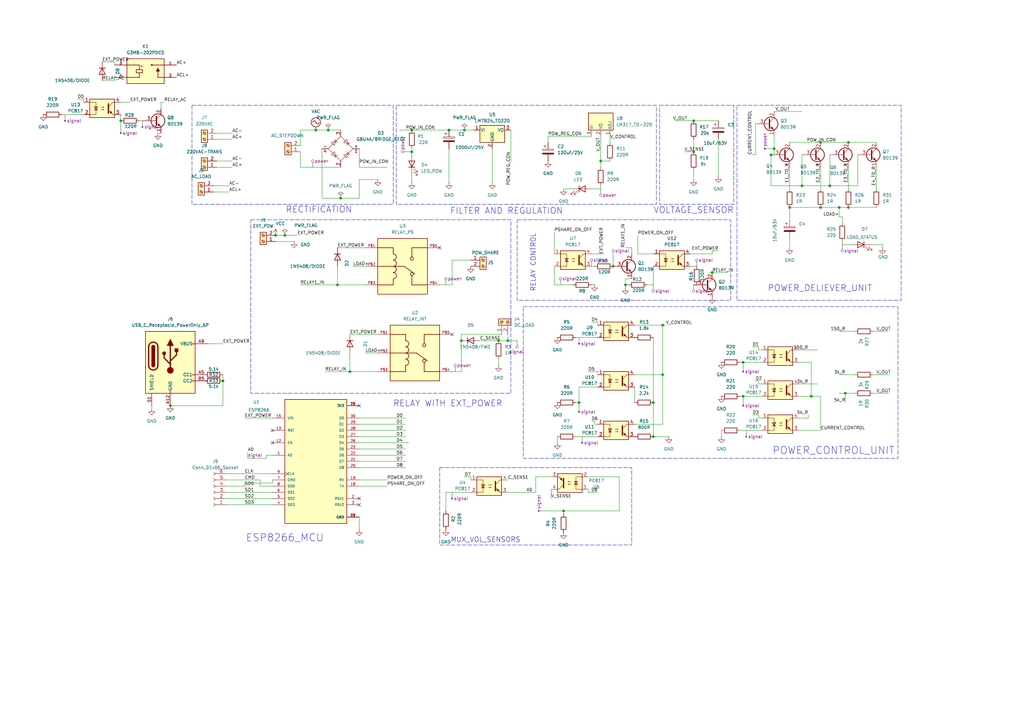
<source format=kicad_sch>
(kicad_sch (version 20231120) (generator "eeschema") (generator_version "8.0")
  (paper "A3")
  (title_block (title "Smart Micro Grid") (date "2024-06-16") (rev "BEGIN") (company "CCET MAJOR PROJECT"))
  (junction (at 336.55 85.09))
  (junction (at 190.5 53.34))
  (junction (at 139.7 81.28))
  (junction (at 304.8 148.59))
  (junction (at 231.14 209.55))
  (junction (at 138.43 116.84))
  (junction (at 113.03 96.52))
  (junction (at 116.84 96.52))
  (junction (at 347.98 58.42))
  (junction (at 284.48 49.53))
  (junction (at 208.28 139.7))
  (junction (at 336.55 58.42))
  (junction (at 344.17 85.09))
  (junction (at 347.98 85.09))
  (junction (at 184.15 53.34))
  (junction (at 237.49 165.1))
  (junction (at 316.23 63.5))
  (junction (at 332.74 162.56))
  (junction (at 204.47 139.7))
  (junction (at 134.62 53.34))
  (junction (at 69.85 166.37))
  (junction (at 129.54 53.34))
  (junction (at 304.8 162.56))
  (junction (at 267.97 179.07))
  (junction (at 91.44 156.21))
  (junction (at 143.51 152.4))
  (junction (at 317.5 60.96))
  (junction (at 346.71 161.29))
  (junction (at 292.1 111.76))
  (junction (at 271.78 133.35))
  (junction (at 271.78 153.67))
  (junction (at 251.46 109.22))
  (junction (at 284.48 62.23))
  (junction (at 168.91 62.23))
  (junction (at 49.53 49.53))
  (junction (at 267.97 165.1))
  (junction (at 189.23 139.7))
  (junction (at 246.38 66.04))
  (junction (at 323.85 85.09))
  (junction (at 168.91 53.34))
  (junction (at 328.93 76.2))
  (junction (at 340.36 76.2))
  (junction (at 256.54 116.84))
  (no_connect (at 147.32 166.37))
  (no_connect (at 147.32 204.47))
  (no_connect (at 111.76 181.61))
  (no_connect (at 111.76 176.53))
  (no_connect (at 185.42 137.16))
  (no_connect (at 180.34 101.6))
  (no_connect (at 147.32 207.01))
  (wire (pts (xy 66.04 54.61) (xy 64.77 54.61)))
  (wire (pts (xy 168.91 60.96) (xy 168.91 62.23)))
  (wire (pts (xy 92.71 201.93) (xy 111.76 201.93)))
  (wire (pts (xy 106.68 199.39) (xy 111.76 199.39)))
  (wire (pts (xy 317.5 60.96) (xy 317.5 63.5)))
  (wire (pts (xy 304.8 149.86) (xy 304.8 148.59)))
  (wire (pts (xy 224.79 58.42) (xy 224.79 55.88)))
  (wire (pts (xy 260.35 158.75) (xy 260.35 165.1)))
  (wire (pts (xy 260.35 133.35) (xy 271.78 133.35)))
  (wire (pts (xy 180.34 116.84) (xy 185.42 116.84)))
  (wire (pts (xy 344.17 153.67) (xy 350.52 153.67)))
  (wire (pts (xy 85.09 153.67) (xy 83.82 153.67)))
  (wire (pts (xy 323.85 68.58) (xy 323.85 77.47)))
  (wire (pts (xy 209.55 53.34) (xy 209.55 66.04)))
  (wire (pts (xy 168.91 53.34) (xy 184.15 53.34)))
  (wire (pts (xy 311.15 171.45) (xy 312.42 171.45)))
  (wire (pts (xy 34.29 40.64) (xy 34.29 41.91)))
  (wire (pts (xy 267.97 179.07) (xy 274.32 179.07)))
  (wire (pts (xy 316.23 60.96) (xy 317.5 60.96)))
  (wire (pts (xy 116.84 96.52) (xy 121.92 96.52)))
  (wire (pts (xy 193.04 195.58) (xy 193.04 196.85)))
  (wire (pts (xy 308.61 63.5) (xy 309.88 63.5)))
  (wire (pts (xy 304.8 148.59) (xy 312.42 148.59)))
  (wire (pts (xy 46.99 25.4) (xy 46.99 26.67)))
  (wire (pts (xy 308.61 142.24) (xy 311.15 142.24)))
  (wire (pts (xy 185.42 152.4) (xy 189.23 152.4)))
  (wire (pts (xy 138.43 109.22) (xy 138.43 116.84)))
  (wire (pts (xy 182.88 201.93) (xy 182.88 209.55)))
  (wire (pts (xy 246.38 66.04) (xy 246.38 55.88)))
  (wire (pts (xy 123.19 62.23) (xy 123.19 68.58)))
  (wire (pts (xy 364.49 161.29) (xy 358.14 161.29)))
  (wire (pts (xy 254 209.55) (xy 231.14 209.55)))
  (wire (pts (xy 311.15 157.48) (xy 312.42 157.48)))
  (wire (pts (xy 271.78 133.35) (xy 271.78 153.67)))
  (wire (pts (xy 237.49 158.75) (xy 237.49 165.1)))
  (wire (pts (xy 304.8 163.83) (xy 304.8 162.56)))
  (wire (pts (xy 123.19 116.84) (xy 138.43 116.84)))
  (wire (pts (xy 41.91 33.02) (xy 46.99 33.02)))
  (wire (pts (xy 189.23 137.16) (xy 205.74 137.16)))
  (wire (pts (xy 147.32 73.66) (xy 154.94 73.66)))
  (wire (pts (xy 292.1 111.76) (xy 298.45 111.76)))
  (wire (pts (xy 267.97 116.84) (xy 267.97 109.22)))
  (wire (pts (xy 85.09 156.21) (xy 83.82 156.21)))
  (wire (pts (xy 231.14 210.82) (xy 231.14 209.55)))
  (wire (pts (xy 276.86 49.53) (xy 284.48 49.53)))
  (wire (pts (xy 167.64 62.23) (xy 168.91 62.23)))
  (wire (pts (xy 303.53 162.56) (xy 304.8 162.56)))
  (wire (pts (xy 241.3 201.93) (xy 241.3 200.66)))
  (wire (pts (xy 204.47 147.32) (xy 204.47 149.86)))
  (wire (pts (xy 340.36 76.2) (xy 340.36 63.5)))
  (wire (pts (xy 100.33 199.39) (xy 100.33 198.12)))
  (wire (pts (xy 246.38 76.2) (xy 246.38 77.47)))
  (wire (pts (xy 62.23 167.64) (xy 62.23 166.37)))
  (wire (pts (xy 147.32 81.28) (xy 147.32 73.66)))
  (wire (pts (xy 317.5 45.72) (xy 328.93 45.72)))
  (wire (pts (xy 190.5 53.34) (xy 194.31 53.34)))
  (wire (pts (xy 327.66 171.45) (xy 331.47 171.45)))
  (wire (pts (xy 267.97 165.1) (xy 267.97 179.07)))
  (wire (pts (xy 346.71 161.29) (xy 350.52 161.29)))
  (wire (pts (xy 123.19 53.34) (xy 123.19 59.69)))
  (wire (pts (xy 237.49 158.75) (xy 245.11 158.75)))
  (wire (pts (xy 138.43 116.84) (xy 149.86 116.84)))
  (wire (pts (xy 109.22 186.69) (xy 109.22 187.96)))
  (wire (pts (xy 88.9 68.58) (xy 95.25 68.58)))
  (wire (pts (xy 364.49 153.67) (xy 358.14 153.67)))
  (wire (pts (xy 328.93 76.2) (xy 328.93 63.5)))
  (wire (pts (xy 336.55 162.56) (xy 336.55 176.53)))
  (wire (pts (xy 158.75 196.85) (xy 147.32 196.85)))
  (wire (pts (xy 147.32 68.58) (xy 158.75 68.58)))
  (wire (pts (xy 91.44 153.67) (xy 91.44 156.21)))
  (wire (pts (xy 49.53 41.91) (xy 53.34 41.91)))
  (wire (pts (xy 100.33 171.45) (xy 111.76 171.45)))
  (wire (pts (xy 304.8 162.56) (xy 312.42 162.56)))
  (wire (pts (xy 25.4 46.99) (xy 34.29 46.99)))
  (wire (pts (xy 309.88 156.21) (xy 311.15 156.21)))
  (wire (pts (xy 351.79 76.2) (xy 351.79 63.5)))
  (wire (pts (xy 237.49 166.37) (xy 237.49 165.1)))
  (wire (pts (xy 129.54 53.34) (xy 123.19 53.34)))
  (wire (pts (xy 134.62 53.34) (xy 129.54 53.34)))
  (wire (pts (xy 163.83 53.34) (xy 168.91 53.34)))
  (wire (pts (xy 250.19 66.04) (xy 246.38 66.04)))
  (wire (pts (xy 303.53 148.59) (xy 304.8 148.59)))
  (wire (pts (xy 284.48 57.15) (xy 284.48 62.23)))
  (wire (pts (xy 327.66 143.51) (xy 335.28 143.51)))
  (wire (pts (xy 303.53 176.53) (xy 312.42 176.53)))
  (wire (pts (xy 336.55 68.58) (xy 336.55 77.47)))
  (wire (pts (xy 241.3 152.4) (xy 245.11 152.4)))
  (wire (pts (xy 285.75 109.22) (xy 283.21 109.22)))
  (wire (pts (xy 271.78 173.99) (xy 260.35 173.99)))
  (wire (pts (xy 227.33 109.22) (xy 227.33 116.84)))
  (wire (pts (xy 273.05 133.35) (xy 271.78 133.35)))
  (wire (pts (xy 340.36 76.2) (xy 351.79 76.2)))
  (wire (pts (xy 345.44 88.9) (xy 345.44 91.44)))
  (wire (pts (xy 224.79 55.88) (xy 242.57 55.88)))
  (wire (pts (xy 328.93 76.2) (xy 340.36 76.2)))
  (wire (pts (xy 349.25 100.33) (xy 345.44 100.33)))
  (wire (pts (xy 327.66 176.53) (xy 336.55 176.53)))
  (wire (pts (xy 271.78 153.67) (xy 260.35 153.67)))
  (wire (pts (xy 69.85 166.37) (xy 91.44 166.37)))
  (wire (pts (xy 356.87 100.33) (xy 361.95 100.33)))
  (wire (pts (xy 256.54 116.84) (xy 256.54 118.11)))
  (wire (pts (xy 189.23 152.4) (xy 189.23 139.7)))
  (wire (pts (xy 143.51 144.78) (xy 143.51 152.4)))
  (wire (pts (xy 323.85 90.17) (xy 323.85 85.09)))
  (wire (pts (xy 185.42 106.68) (xy 193.04 106.68)))
  (wire (pts (xy 147.32 176.53) (xy 166.37 176.53)))
  (wire (pts (xy 254 195.58) (xy 254 209.55)))
  (wire (pts (xy 147.32 60.96) (xy 147.32 68.58)))
  (wire (pts (xy 88.9 66.04) (xy 95.25 66.04)))
  (wire (pts (xy 251.46 105.41) (xy 251.46 109.22)))
  (wire (pts (xy 309.88 50.8) (xy 309.88 63.5)))
  (wire (pts (xy 219.71 195.58) (xy 226.06 195.58)))
  (wire (pts (xy 245.11 201.93) (xy 241.3 201.93)))
  (wire (pts (xy 147.32 186.69) (xy 166.37 186.69)))
  (wire (pts (xy 144.78 109.22) (xy 149.86 109.22)))
  (wire (pts (xy 323.85 85.09) (xy 336.55 85.09)))
  (wire (pts (xy 184.15 53.34) (xy 190.5 53.34)))
  (wire (pts (xy 323.85 58.42) (xy 336.55 58.42)))
  (wire (pts (xy 243.84 109.22) (xy 242.57 109.22)))
  (wire (pts (xy 344.17 88.9) (xy 345.44 88.9)))
  (wire (pts (xy 66.04 41.91) (xy 66.04 44.45)))
  (wire (pts (xy 132.08 81.28) (xy 132.08 60.96)))
  (wire (pts (xy 295.91 176.53) (xy 295.91 179.07)))
  (wire (pts (xy 317.5 63.5) (xy 316.23 63.5)))
  (wire (pts (xy 147.32 184.15) (xy 166.37 184.15)))
  (wire (pts (xy 259.08 101.6) (xy 259.08 104.14)))
  (wire (pts (xy 85.09 140.97) (xy 91.44 140.97)))
  (wire (pts (xy 327.66 148.59) (xy 332.74 148.59)))
  (wire (pts (xy 256.54 114.3) (xy 256.54 116.84)))
  (wire (pts (xy 327.66 157.48) (xy 335.28 157.48)))
  (wire (pts (xy 245.11 152.4) (xy 245.11 153.67)))
  (wire (pts (xy 113.03 99.06) (xy 120.65 99.06)))
  (wire (pts (xy 49.53 46.99) (xy 49.53 49.53)))
  (wire (pts (xy 361.95 100.33) (xy 361.95 101.6)))
  (wire (pts (xy 182.88 201.93) (xy 193.04 201.93)))
  (wire (pts (xy 331.47 170.18) (xy 331.47 171.45)))
  (wire (pts (xy 294.64 57.15) (xy 294.64 72.39)))
  (wire (pts (xy 284.48 69.85) (xy 284.48 73.66)))
  (wire (pts (xy 243.84 173.99) (xy 245.11 173.99)))
  (wire (pts (xy 271.78 153.67) (xy 271.78 173.99)))
  (wire (pts (xy 256.54 116.84) (xy 257.81 116.84)))
  (wire (pts (xy 149.86 144.78) (xy 154.94 144.78)))
  (wire (pts (xy 344.17 85.09) (xy 347.98 85.09)))
  (wire (pts (xy 92.71 204.47) (xy 111.76 204.47)))
  (wire (pts (xy 46.99 33.02) (xy 46.99 31.75)))
  (wire (pts (xy 185.42 116.84) (xy 185.42 106.68)))
  (wire (pts (xy 226.06 204.47) (xy 226.06 200.66)))
  (wire (pts (xy 344.17 161.29) (xy 346.71 161.29)))
  (wire (pts (xy 147.32 81.28) (xy 139.7 81.28)))
  (wire (pts (xy 241.3 195.58) (xy 254 195.58)))
  (wire (pts (xy 346.71 165.1) (xy 346.71 161.29)))
  (wire (pts (xy 242.57 132.08) (xy 245.11 132.08)))
  (wire (pts (xy 245.11 132.08) (xy 245.11 133.35)))
  (wire (pts (xy 106.68 196.85) (xy 106.68 199.39)))
  (wire (pts (xy 231.14 77.47) (xy 234.95 77.47)))
  (wire (pts (xy 292.1 104.14) (xy 283.21 104.14)))
  (wire (pts (xy 41.91 25.4) (xy 46.99 25.4)))
  (wire (pts (xy 311.15 143.51) (xy 312.42 143.51)))
  (wire (pts (xy 88.9 54.61) (xy 95.25 54.61)))
  (wire (pts (xy 143.51 152.4) (xy 154.94 152.4)))
  (wire (pts (xy 100.33 198.12) (xy 111.76 198.12)))
  (wire (pts (xy 196.85 139.7) (xy 204.47 139.7)))
  (wire (pts (xy 336.55 58.42) (xy 347.98 58.42)))
  (wire (pts (xy 259.08 114.3) (xy 256.54 114.3)))
  (wire (pts (xy 267.97 138.43) (xy 267.97 165.1)))
  (wire (pts (xy 184.15 74.93) (xy 184.15 60.96)))
  (wire (pts (xy 228.6 179.07) (xy 228.6 181.61)))
  (wire (pts (xy 139.7 81.28) (xy 132.08 81.28)))
  (wire (pts (xy 292.1 111.76) (xy 290.83 111.76)))
  (wire (pts (xy 308.61 170.18) (xy 311.15 170.18)))
  (wire (pts (xy 332.74 162.56) (xy 327.66 162.56)))
  (wire (pts (xy 58.42 49.53) (xy 57.15 49.53)))
  (wire (pts (xy 227.33 95.25) (xy 227.33 104.14)))
  (wire (pts (xy 190.5 195.58) (xy 193.04 195.58)))
  (wire (pts (xy 347.98 85.09) (xy 359.41 85.09)))
  (wire (pts (xy 49.53 52.07) (xy 49.53 49.53)))
  (wire (pts (xy 242.57 172.72) (xy 243.84 172.72)))
  (wire (pts (xy 311.15 142.24) (xy 311.15 143.51)))
  (wire (pts (xy 92.71 207.01) (xy 111.76 207.01)))
  (wire (pts (xy 323.85 97.79) (xy 323.85 101.6)))
  (wire (pts (xy 236.22 138.43) (xy 245.11 138.43)))
  (wire (pts (xy 87.63 76.2) (xy 93.98 76.2)))
  (wire (pts (xy 261.62 104.14) (xy 267.97 104.14)))
  (wire (pts (xy 111.76 186.69) (xy 109.22 186.69)))
  (wire (pts (xy 149.86 101.6) (xy 138.43 101.6)))
  (wire (pts (xy 227.33 116.84) (xy 234.95 116.84)))
  (wire (pts (xy 208.28 201.93) (xy 219.71 201.93)))
  (wire (pts (xy 204.47 139.7) (xy 208.28 139.7)))
  (wire (pts (xy 168.91 62.23) (xy 168.91 63.5)))
  (wire (pts (xy 243.84 116.84) (xy 242.57 116.84)))
  (wire (pts (xy 336.55 162.56) (xy 332.74 162.56)))
  (wire (pts (xy 256.54 101.6) (xy 259.08 101.6)))
  (wire (pts (xy 31.75 40.64) (xy 34.29 40.64)))
  (wire (pts (xy 280.67 62.23) (xy 284.48 62.23)))
  (wire (pts (xy 147.32 189.23) (xy 166.37 189.23)))
  (wire (pts (xy 364.49 135.89) (xy 358.14 135.89)))
  (wire (pts (xy 158.75 199.39) (xy 147.32 199.39)))
  (wire (pts (xy 317.5 55.88) (xy 317.5 60.96)))
  (wire (pts (xy 88.9 57.15) (xy 95.25 57.15)))
  (wire (pts (xy 189.23 139.7) (xy 189.23 137.16)))
  (wire (pts (xy 147.32 171.45) (xy 166.37 171.45)))
  (wire (pts (xy 344.17 135.89) (xy 350.52 135.89)))
  (wire (pts (xy 208.28 139.7) (xy 212.09 139.7)))
  (wire (pts (xy 345.44 99.06) (xy 345.44 100.33)))
  (wire (pts (xy 347.98 77.47) (xy 347.98 68.58)))
  (wire (pts (xy 223.52 209.55) (xy 231.14 209.55)))
  (wire (pts (xy 243.84 172.72) (xy 243.84 173.99)))
  (wire (pts (xy 147.32 173.99) (xy 166.37 173.99)))
  (wire (pts (xy 91.44 156.21) (xy 91.44 166.37)))
  (wire (pts (xy 246.38 66.04) (xy 246.38 68.58)))
  (wire (pts (xy 101.6 187.96) (xy 109.22 187.96)))
  (wire (pts (xy 201.93 60.96) (xy 201.93 74.93)))
  (wire (pts (xy 147.32 191.77) (xy 166.37 191.77)))
  (wire (pts (xy 294.64 102.87) (xy 292.1 102.87)))
  (wire (pts (xy 236.22 165.1) (xy 237.49 165.1)))
  (wire (pts (xy 336.55 85.09) (xy 344.17 85.09)))
  (wire (pts (xy 92.71 199.39) (xy 100.33 199.39)))
  (wire (pts (xy 250.19 55.88) (xy 250.19 58.42)))
  (wire (pts (xy 154.94 137.16) (xy 143.51 137.16)))
  (wire (pts (xy 236.22 179.07) (xy 245.11 179.07)))
  (wire (pts (xy 316.23 76.2) (xy 328.93 76.2)))
  (wire (pts (xy 168.91 71.12) (xy 168.91 74.93)))
  (wire (pts (xy 139.7 53.34) (xy 134.62 53.34)))
  (wire (pts (xy 219.71 201.93) (xy 219.71 195.58)))
  (wire (pts (xy 247.65 104.14) (xy 242.57 104.14)))
  (wire (pts (xy 344.17 88.9) (xy 344.17 85.09)))
  (wire (pts (xy 123.19 68.58) (xy 139.7 68.58)))
  (wire (pts (xy 311.15 156.21) (xy 311.15 157.48)))
  (wire (pts (xy 316.23 63.5) (xy 316.23 76.2)))
  (wire (pts (xy 87.63 78.74) (xy 93.98 78.74)))
  (wire (pts (xy 147.32 179.07) (xy 166.37 179.07)))
  (wire (pts (xy 101.6 185.42) (xy 101.6 187.96)))
  (wire (pts (xy 147.32 212.09) (xy 147.32 217.17)))
  (wire (pts (xy 242.57 77.47) (xy 246.38 77.47)))
  (wire (pts (xy 66.04 41.91) (xy 67.31 41.91)))
  (wire (pts (xy 284.48 49.53) (xy 294.64 49.53)))
  (wire (pts (xy 147.32 181.61) (xy 167.64 181.61)))
  (wire (pts (xy 92.71 196.85) (xy 106.68 196.85)))
  (wire (pts (xy 92.71 194.31) (xy 111.76 194.31)))
  (wire (pts (xy 284.48 116.84) (xy 285.75 116.84)))
  (wire (pts (xy 208.28 137.16) (xy 208.28 139.7)))
  (wire (pts (xy 133.35 152.4) (xy 143.51 152.4)))
  (wire (pts (xy 359.41 77.47) (xy 359.41 68.58)))
  (wire (pts (xy 265.43 116.84) (xy 267.97 116.84)))
  (wire (pts (xy 113.03 96.52) (xy 116.84 96.52)))
  (wire (pts (xy 292.1 102.87) (xy 292.1 104.14)))
  (wire (pts (xy 261.62 96.52) (xy 261.62 104.14)))
  (wire (pts (xy 111.76 198.12) (xy 111.76 196.85)))
  (wire (pts (xy 347.98 58.42) (xy 359.41 58.42)))
  (wire (pts (xy 311.15 170.18) (xy 311.15 171.45)))
  (wire (pts (xy 332.74 148.59) (xy 332.74 162.56)))
  (rectangle (start 106.68 41.91) (end 106.68 41.91))
  (rectangle (start 270.51 43.18) (end 300.99 83.82) (stroke (width 0) (type dash)))
  (rectangle (start 162.56 43.18) (end 269.24 83.82) (stroke (width 0) (type dash)))
  (rectangle (start 180.34 191.77) (end 259.08 223.52) (stroke (width 0) (type dash)))
  (rectangle (start 302.26 43.18) (end 369.57 123.19) (stroke (width 0) (type dash)))
  (rectangle (start 78.74 43.18) (end 161.29 83.82) (stroke (width 0) (type dash)))
  (rectangle (start 367.03 186.69) (end 367.03 186.69))
  (rectangle (start 212.09 90.17) (end 299.72 123.19) (stroke (width 0) (type dash)))
  (rectangle (start 102.87 90.17) (end 209.55 161.29) (stroke (width 0) (type dash)))
  (rectangle (start 214.63 125.73) (end 368.3 187.96) (stroke (width 0) (type dash)))
  (text "RELAY WITH EXT_POWER\n" (at 183.642 165.608 0) (effects (font (size 2.5 2.5))))
  (text "ESP8266_MCU\n" (at 116.84 220.726 0) (effects (font (size 3 3))))
  (text "RECTIFICATION\n\n" (at 130.81 88.138 0) (effects (font (size 2.54 2.54))))
  (text "VOLTAGE_SENSOR\n" (at 284.48 86.36 0) (effects (font (size 2.54 2.54))))
  (text "POWER_DELIEVER_UNIT\n\n\n" (at 336.296 122.428 0) (effects (font (size 2.54 2.54))))
  (text "RELAY CONTROL" (at 218.694 107.696 90) (effects (font (size 2 2))))
  (text "FILTER AND REGULATION\n" (at 207.772 86.614 0) (effects (font (size 2.54 2.54))))
  (text "MUX_VOL_SENSORS\n" (at 199.136 221.488 0) (effects (font (size 2 2))))
  (text "POWER_CONTROL_UNIT" (at 341.884 184.912 0) (effects (font (size 3 3))))
  (label "CLK" (at 100.33 194.31 0))
  (label "SD0" (at 100.33 199.39 0))
  (label "AC+" (at 95.25 57.15 0))
  (label "E3_TO_R" (at 347.98 74.93 90))
  (label "D3" (at 162.56 179.07 0))
  (label "PSHARE_ON_OFF" (at 158.75 199.39 0))
  (label "EXT_POWER" (at 91.44 140.97 0))
  (label "AC-" (at 93.98 76.2 0))
  (label "RELAY1_IN" (at 256.54 101.6 90))
  (label "SD3" (at 100.33 207.01 0))
  (label "C_SENSE" (at 208.28 196.85 0))
  (label "EXT_POWER" (at 294.64 102.87 180))
  (label "D7" (at 162.56 189.23 0))
  (label "V_SENSE" (at 226.06 204.47 0))
  (label "AC-" (at 95.25 54.61 0))
  (label "POW_IN_CON" (at 342.9 58.42 180))
  (label "LOAD+" (at 144.78 109.22 0))
  (label "D5" (at 241.3 152.4 0))
  (label "D8" (at 245.11 201.93 180))
  (label "D4" (at 242.57 132.08 0))
  (label "CURRENT_CONTROL" (at 336.55 176.53 0))
  (label "D2" (at 309.88 156.21 0))
  (label "EXT_POWER" (at 143.51 137.16 0))
  (label "5k_R" (at 346.71 165.1 180))
  (label "150_R" (at 331.47 143.51 180))
  (label "D1" (at 162.56 173.99 0))
  (label "RELAY_AC" (at 41.91 33.02 0))
  (label "ACL+" (at 93.98 78.74 0))
  (label "EXT_POWER" (at 100.33 171.45 0))
  (label "D5" (at 162.56 184.15 0))
  (label "AC+" (at 72.39 26.67 0))
  (label "3k_R" (at 331.47 157.48 180))
  (label "POWER_ON_OFF" (at 158.75 196.85 0))
  (label "C_SENSE" (at 196.85 139.7 0))
  (label "RELAY_IN" (at 133.35 152.4 0))
  (label "POW_IN_CON" (at 147.32 67.31 0))
  (label "LOAD+" (at 149.86 144.78 0))
  (label "ACL+" (at 72.39 31.75 0))
  (label "V_SENSE" (at 280.67 62.23 0))
  (label "D2" (at 162.56 176.53 0))
  (label "AC-" (at 95.25 66.04 0))
  (label "EXT_POWER" (at 138.43 101.6 0))
  (label "D6" (at 242.57 172.72 0))
  (label "RELAY_IN" (at 292.1 111.76 0))
  (label "D4" (at 162.56 181.61 0))
  (label "V_OUT" (at 281.94 49.53 180))
  (label "RELAY_AC" (at 67.31 41.91 0))
  (label "V_OUT" (at 323.85 45.72 180))
  (label "AC+" (at 95.25 68.58 0))
  (label "D0" (at 31.75 40.64 0))
  (label "POWER_ON_OFF" (at 261.62 96.52 0))
  (label "V_OUT" (at 246.38 62.23 90))
  (label "EXT_POWER" (at 53.34 41.91 0))
  (label "V_OUT" (at 359.41 153.67 0))
  (label "PSHARE_ON_OFF" (at 227.33 95.25 0))
  (label "A0" (at 101.6 185.42 0) (property "Netclass" "signal" (at 101.6 186.69 0) (effects (font (italic yes)) (justify left))))
  (label "CURRENT_CONTROL" (at 308.61 63.5 90))
  (label "SD1" (at 100.33 201.93 0))
  (label "CMD" (at 100.33 196.85 0))
  (label "POW_IN_CON" (at 166.37 53.34 0))
  (label "150_R" (at 346.71 135.89 180))
  (label "E1_TO_R" (at 323.85 74.93 90))
  (label "V_OUT" (at 359.41 161.29 0))
  (label "SD2" (at 100.33 204.47 0))
  (label "V_CONTROL" (at 250.19 57.15 0))
  (label "E4_TO_R" (at 359.41 76.2 90))
  (label "D8" (at 162.56 191.77 0))
  (label "V_OUT" (at 359.41 135.89 0))
  (label "POW_REG_CON" (at 224.79 55.88 0))
  (label "D0" (at 162.56 171.45 0))
  (label "EXT_POWER" (at 121.92 96.52 0))
  (label "D6" (at 162.56 186.69 0))
  (label "D7" (at 190.5 195.58 0))
  (label "LOAD+" (at 344.17 88.9 180))
  (label "V_CONTROL" (at 273.05 133.35 0))
  (label "5k_R" (at 331.47 170.18 180))
  (label "D3" (at 308.61 170.18 0))
  (label "E2_TO_R" (at 336.55 74.93 90))
  (label "EXT_POWER" (at 247.65 104.14 90))
  (label "EXT_POWER" (at 41.91 25.4 0))
  (label "POW_REG_CON" (at 209.55 62.23 270))
  (label "A0" (at 215.9 201.93 0))
  (label "D1" (at 308.61 142.24 0))
  (label "RELAY1_IN" (at 123.19 116.84 0))
  (label "3k_R" (at 346.71 153.67 180))
  (netclass_flag "" (length 2.54) (shape round) (at 167.64 62.23 90) (property "Netclass" "power" (at 165.1 61.5315 90) (effects (font (italic yes)) (justify left))))
  (netclass_flag "" (length 2.54) (shape round) (at 229.87 116.84 0) (property "Netclass" "signal" (at 230.5685 114.3 0) (effects (font (italic yes)) (justify left))))
  (netclass_flag "" (length 2.54) (shape round) (at 186.69 152.4 0) (property "Netclass" "power" (at 187.3885 149.86 0) (effects (font (italic yes)) (justify left))))
  (netclass_flag "" (length 2.54) (shape dot) (at 316.23 60.96 90) (property "Netclass" "power" (at 313.69 60.2615 90) (effects (font (italic yes)) (justify left))))
  (netclass_flag "" (length 2.54) (shape dot) (at 58.42 49.53 180) (property "Netclass" "signal" (at 59.1185 52.07 0) (effects (font (italic yes)) (justify left))))
  (netclass_flag "" (length 2.54) (shape round) (at 267.97 116.84 180) (property "Netclass" "signal" (at 268.6685 119.38 0) (effects (font (italic yes)) (justify left))))
  (netclass_flag "" (length 2.54) (shape round) (at 182.88 116.84 0) (property "Netclass" "power" (at 183.5785 114.3 0) (effects (font (italic yes)) (justify left))))
  (netclass_flag "" (length 2.54) (shape round) (at 251.46 105.41 0) (property "Netclass" "signal" (at 252.1585 102.87 0) (effects (font (italic yes)) (justify left))))
  (netclass_flag "" (length 2.54) (shape dot) (at 304.8 149.86 180) (property "Netclass" "signal" (at 305.4985 152.4 0) (effects (font (italic yes)) (justify left))))
  (netclass_flag "" (length 2.54) (shape dot) (at 238.76 179.07 180) (property "Netclass" "signal" (at 239.4585 181.61 0) (effects (font (italic yes)) (justify left))))
  (netclass_flag "" (length 2.54) (shape round) (at 284.48 116.84 180) (property "Netclass" "signal" (at 285.1785 119.38 0) (effects (font (italic yes)) (justify left))))
  (netclass_flag "" (length 2.54) (shape round) (at 246.38 77.47 180) (property "Netclass" "power" (at 247.0785 80.01 0) (effects (font (italic yes)) (justify left))))
  (netclass_flag "" (length 2.54) (shape dot) (at 26.67 46.99 180) (property "Netclass" "signal" (at 27.3685 49.53 0) (effects (font (italic yes)) (justify left))))
  (netclass_flag "" (length 2.54) (shape dot) (at 237.49 166.37 180) (property "Netclass" "signal" (at 238.1885 168.91 0) (effects (font (italic yes)) (justify left))))
  (netclass_flag "" (length 2.54) (shape dot) (at 237.49 138.43 180) (property "Netclass" "signal" (at 238.1885 140.97 0) (effects (font (italic yes)) (justify left))))
  (netclass_flag "" (length 2.54) (shape dot) (at 185.42 201.93 180) (property "Netclass" "signal" (at 186.1185 204.47 0) (effects (font (italic yes)) (justify left))))
  (netclass_flag "" (length 2.54) (shape dot) (at 49.53 52.07 180) (property "Netclass" "signal" (at 50.2285 54.61 0) (effects (font (italic yes)) (justify left))))
  (netclass_flag "" (length 2.54) (shape dot) (at 223.52 209.55 90) (property "Netclass" "signal" (at 220.98 208.8515 90) (effects (font (italic yes)) (justify left))))
  (netclass_flag "" (length 2.54) (shape round) (at 212.09 139.7 180) (property "Netclass" "signal" (at 208.788 144.272 0) (effects (font (italic yes)) (justify left))))
  (netclass_flag "" (length 2.54) (shape dot) (at 306.07 176.53 180) (property "Netclass" "signal" (at 306.7685 179.07 0) (effects (font (italic yes)) (justify left))))
  (netclass_flag "" (length 2.54) (shape dot) (at 304.8 163.83 180) (property "Netclass" "signal" (at 305.4985 166.37 0) (effects (font (italic yes)) (justify left))))
  (netclass_flag "" (length 2.54) (shape round) (at 128.27 68.58 0) (property "Netclass" "power" (at 128.9685 66.04 0) (effects (font (italic yes)) (justify left))))
  (netclass_flag "" (length 2.54) (shape round) (at 242.57 109.22 0) (property "Netclass" "signal" (at 243.2685 106.68 0) (effects (font (italic yes)) (justify left))))
  (netclass_flag "" (length 2.54) (shape round) (at 345.44 100.33 180) (property "Netclass" "signal" (at 346.1385 102.87 0) (effects (font (italic yes)) (justify left))))
  (netclass_flag "" (length 2.54) (shape round) (at 285.75 109.22 0) (property "Netclass" "signal" (at 286.4485 106.68 0) (effects (font (italic yes)) (justify left))))
  (symbol (lib_id "Device:R") (at 238.76 116.84 90) (unit 1)
    (property "Reference" "R8" (at 238.76 119.38 90))
    (property "Value" "220R" (at 238.76 114.3 90))
    (property "Footprint" "Resistor_THT:R_Axial_DIN0207_L6.3mm_D2.5mm_P15.24mm_Horizontal" (effects (hide yes)))
    (property "Description" "Resistor" (effects (hide yes)))
  )
  (symbol (lib_id "Device:D") (at 138.43 105.41 270) (unit 1)
    (property "Reference" "D2" (at 142.24 107.95 0))
    (property "Value" "1N5408/DIODE" (at 126.238 109.22 90))
    (property "Footprint" "Diode_THT:D_5W_P12.70mm_Horizontal" (effects (hide yes)))
    (property "Description" "Diode" (effects (hide yes)))
    (property "Sim.Device" "D" (effects (hide yes)))
    (property "Sim.Pins" "1=K 2=A" (effects (hide yes)))
  )
  (symbol (lib_id "power:GND") (at 120.65 99.06 0) (unit 1)
    (property "Reference" "#PWR01" (effects (hide yes)))
    (property "Value" "GND" (at 123.19 100.3299 0) (effects (justify left)))
    (property "Description" "Power symbol creates a global label with name \"GND\" , ground" (effects (hide yes)))
  )
  (symbol (lib_id "power:GND") (at 201.93 74.93 0) (unit 1)
    (property "Reference" "#PWR022" (effects (hide yes)))
    (property "Value" "GND" (at 201.93 80.01 0))
    (property "Description" "Power symbol creates a global label with name \"GND\" , ground" (effects (hide yes)))
  )
  (symbol (lib_id "J107F1AS123VDC.36:J107F1AS123VDC.36") (at 154.94 120.65 0) (unit 1)
    (property "Reference" "U3" (at 165.1 92.71 0))
    (property "Value" "RELAY_PS" (at 165.1 95.25 0))
    (property "Footprint" "Library:J107F" (effects (hide yes)))
    (property "MF" "CIT Relay and Switch" (effects (hide yes)))
    (property "Description_1" "\nGeneral Purpose Relay SPST-NO (1 Form A) 3VDC Coil Through Hole\n" (effects (hide yes)))
    (property "Package" "None" (effects (hide yes)))
    (property "Price" "None" (effects (hide yes)))
    (property "SnapEDA_Link" "https://www.snapeda.com/parts/J107F1AS123VDC.36/CIT+Relay+%2526+Switch/view-part/?ref=snap" (effects (hide yes)))
    (property "MP" "J107F1AS123VDC.36" (effects (hide yes)))
    (property "Availability" "In Stock" (effects (hide yes)))
    (property "Check_prices" "https://www.snapeda.com/parts/J107F1AS123VDC.36/CIT+Relay+%2526+Switch/view-part/?ref=eda" (effects (hide yes)))
  )
  (symbol (lib_id "power:VCC") (at 113.03 96.52 0) (unit 1)
    (property "Reference" "#PWR017" (effects (hide yes)))
    (property "Value" "VCC" (at 113.03 91.694 0) (effects (justify left)))
    (property "Description" "Power symbol creates a global label with name \"VCC\"" (effects (hide yes)))
  )
  (symbol (lib_id "Device:LED") (at 168.91 67.31 90) (unit 1)
    (property "Reference" "D4" (at 172.72 67.6274 90) (effects (justify right)))
    (property "Value" "LED_POW" (at 172.72 70.1674 90) (effects (justify right)))
    (property "Footprint" "LED_THT:LED_D5.0mm" (effects (hide yes)))
    (property "Description" "Light emitting diode" (effects (hide yes)))
  )
  (symbol (lib_id "power:GND") (at 295.91 179.07 0) (unit 1)
    (property "Reference" "#PWR014" (effects (hide yes)))
    (property "Value" "GND" (at 295.91 184.15 0))
    (property "Description" "Power symbol creates a global label with name \"GND\" , ground" (effects (hide yes)))
  )
  (symbol (lib_id "Device:R") (at 264.16 179.07 90) (unit 1)
    (property "Reference" "R15" (at 264.16 172.72 90))
    (property "Value" "800R" (at 264.16 175.26 90))
    (property "Footprint" "Resistor_THT:R_Axial_DIN0207_L6.3mm_D2.5mm_P15.24mm_Horizontal" (effects (hide yes)))
    (property "Description" "Resistor" (effects (hide yes)))
  )
  (symbol (lib_id "Device:R") (at 21.59 46.99 90) (unit 1)
    (property "Reference" "R19" (at 21.59 40.64 90))
    (property "Value" "220R" (at 21.59 43.18 90))
    (property "Footprint" "Resistor_THT:R_Axial_DIN0207_L6.3mm_D2.5mm_P15.24mm_Horizontal" (effects (hide yes)))
    (property "Description" "Resistor" (effects (hide yes)))
  )
  (symbol (lib_id "Connector:Screw_Terminal_01x02") (at 198.12 106.68 0) (unit 1)
    (property "Reference" "J5" (at 201.168 107.696 0))
    (property "Value" "POW_SHARE" (at 199.136 103.632 0))
    (property "Footprint" "TerminalBlock_4Ucon:TerminalBlock_4Ucon_1x02_P3.50mm_Horizontal" (effects (hide yes)))
    (property "Description" "Generic screw terminal, single row, 01x02, script generated (kicad-library-utils/schlib/autogen/connector/)" (effects (hide yes)))
  )
  (symbol (lib_id "Device:LED") (at 238.76 77.47 0) (unit 1)
    (property "Reference" "D6" (at 237.1725 71.12 0))
    (property "Value" "LED" (at 237.1725 73.66 0))
    (property "Footprint" "LED_THT:LED_D5.0mm" (effects (hide yes)))
    (property "Description" "Light emitting diode" (effects (hide yes)))
  )
  (symbol (lib_id "power:GND") (at 361.95 101.6 0) (unit 1)
    (property "Reference" "#PWR016" (effects (hide yes)))
    (property "Value" "GND" (at 362.204 105.41 0))
    (property "Description" "Power symbol creates a global label with name \"GND\" , ground" (effects (hide yes)))
  )
  (symbol (lib_id "power:PWR_FLAG") (at 116.84 96.52 0) (unit 1)
    (property "Reference" "#FLG04" (effects (hide yes)))
    (property "Value" "PWR_FLAG" (at 120.65 92.456 0) (effects (justify left)))
    (property "Description" "Special symbol for telling ERC where power comes from" (effects (hide yes)))
  )
  (symbol (lib_id "Device:R") (at 299.72 148.59 90) (unit 1)
    (property "Reference" "R20" (at 299.72 142.24 90))
    (property "Value" "220" (at 299.72 144.78 90))
    (property "Footprint" "Resistor_THT:R_Axial_DIN0207_L6.3mm_D2.5mm_P15.24mm_Horizontal" (effects (hide yes)))
    (property "Description" "Resistor" (effects (hide yes)))
  )
  (symbol (lib_id "Isolator:PC817") (at 252.73 156.21 0) (unit 1)
    (property "Reference" "U10" (at 241.808 154.686 0))
    (property "Value" "PC817" (at 241.808 157.226 0))
    (property "Footprint" "Package_DIP:DIP-4_W7.62mm" (effects (hide yes)))
    (property "Datasheet" "http://www.soselectronic.cz/a_info/resource/d/pc817.pdf" (effects (hide yes)))
    (property "Description" "DC Optocoupler, Vce 35V, CTR 50-300%, DIP-4" (effects (hide yes)))
  )
  (symbol (lib_id "power:PWR_FLAG") (at 190.5 53.34 0) (unit 1)
    (property "Reference" "#FLG03" (effects (hide yes)))
    (property "Value" "PWR_FLAG" (at 190.5 48.26 0))
    (property "Description" "Special symbol for telling ERC where power comes from" (effects (hide yes)))
  )
  (symbol (lib_name "LM317_TO-220_1") (lib_id "Regulator_Linear:LM317_TO-220") (at 246.38 48.26 0) (unit 1)
    (property "Reference" "U8" (at 252.73 48.5774 0) (effects (justify left)))
    (property "Value" "LM317_TO-220" (at 252.73 51.1174 0) (effects (justify left)))
    (property "Footprint" "Package_TO_SOT_THT:TO-220-3_Vertical" (effects (hide yes)))
    (property "Datasheet" "http://www.ti.com/lit/ds/symlink/lm317.pdf" (effects (hide yes)))
    (property "Description" "1.5A 35V Adjustable Linear Regulator, TO-220" (effects (hide yes)))
  )
  (symbol (lib_id "power:GND") (at 228.6 165.1 0) (unit 1)
    (property "Reference" "#PWR028" (effects (hide yes)))
    (property "Value" "GND" (at 228.6 170.18 0))
    (property "Description" "Power symbol creates a global label with name \"GND\" , ground" (effects (hide yes)))
  )
  (symbol (lib_id "Device:R") (at 323.85 81.28 0) (unit 1)
    (property "Reference" "R23" (at 326.39 80.0099 0) (effects (justify left)))
    (property "Value" "1R" (at 326.39 82.5499 0) (effects (justify left)))
    (property "Footprint" "Resistor_THT:R_Axial_Power_L20.0mm_W6.4mm_P30.48mm" (effects (hide yes)))
    (property "Description" "Resistor" (effects (hide yes)))
  )
  (symbol (lib_id "Isolator:PC817") (at 320.04 173.99 0) (unit 1)
    (property "Reference" "U16" (at 309.118 172.466 0))
    (property "Value" "PC817" (at 309.118 175.006 0))
    (property "Footprint" "Package_DIP:DIP-4_W7.62mm" (effects (hide yes)))
    (property "Datasheet" "http://www.soselectronic.cz/a_info/resource/d/pc817.pdf" (effects (hide yes)))
    (property "Description" "DC Optocoupler, Vce 35V, CTR 50-300%, DIP-4" (effects (hide yes)))
  )
  (symbol (lib_id "Device:D") (at 143.51 140.97 270) (unit 1)
    (property "Reference" "D1" (at 149.86 140.97 0))
    (property "Value" "1N5408/DIODE" (at 132.588 144.78 90))
    (property "Footprint" "Diode_THT:D_5W_P12.70mm_Horizontal" (effects (hide yes)))
    (property "Description" "Diode" (effects (hide yes)))
    (property "Sim.Device" "D" (effects (hide yes)))
    (property "Sim.Pins" "1=K 2=A" (effects (hide yes)))
  )
  (symbol (lib_id "power:GND") (at 256.54 118.11 0) (unit 1)
    (property "Reference" "#PWR011" (effects (hide yes)))
    (property "Value" "GND" (at 256.54 123.19 0))
    (property "Description" "Power symbol creates a global label with name \"GND\" , ground" (effects (hide yes)))
  )
  (symbol (lib_id "Transistor_BJT:BD139") (at 345.44 63.5 0) (unit 1)
    (property "Reference" "Q6" (at 340.36 68.58 0) (effects (justify left)))
    (property "Value" "BD139" (at 340.36 71.12 0) (effects (justify left)))
    (property "Footprint" "Package_TO_SOT_THT:TO-126-3_Vertical" (effects (hide yes)))
    (property "Datasheet" "http://www.st.com/internet/com/TECHNICAL_RESOURCES/TECHNICAL_LITERATURE/DATASHEET/CD00001225.pdf" (effects (hide yes)))
    (property "Description" "1.5A Ic, 80V Vce, Low Voltage Transistor, TO-126" (effects (hide yes)))
  )
  (symbol (lib_id "power:GND") (at 154.94 73.66 0) (unit 1)
    (property "Reference" "#PWR04" (effects (hide yes)))
    (property "Value" "GND" (at 154.94 78.74 0))
    (property "Description" "Power symbol creates a global label with name \"GND\" , ground" (effects (hide yes)))
  )
  (symbol (lib_id "Isolator:PC817") (at 252.73 135.89 0) (unit 1)
    (property "Reference" "U9" (at 241.808 134.366 0))
    (property "Value" "PC817" (at 241.808 136.906 0))
    (property "Footprint" "Package_DIP:DIP-4_W7.62mm" (effects (hide yes)))
    (property "Datasheet" "http://www.soselectronic.cz/a_info/resource/d/pc817.pdf" (effects (hide yes)))
    (property "Description" "DC Optocoupler, Vce 35V, CTR 50-300%, DIP-4" (effects (hide yes)))
  )
  (symbol (lib_id "Device:C_Polarized") (at 323.85 93.98 0) (unit 1)
    (property "Reference" "C4" (at 327.66 91.8209 0) (effects (justify left)))
    (property "Value" "10uF/63V" (at 317.754 99.314 90) (effects (justify left)))
    (property "Footprint" "Capacitor_THT:CP_Radial_D5.0mm_P2.50mm" (effects (hide yes)))
    (property "Description" "Polarized capacitor" (effects (hide yes)))
  )
  (symbol (lib_id "power:GND") (at 62.23 167.64 0) (unit 1)
    (property "Reference" "#PWR018" (effects (hide yes)))
    (property "Value" "GND" (at 62.23 172.72 0))
    (property "Description" "Power symbol creates a global label with name \"GND\" , ground" (effects (hide yes)))
  )
  (symbol (lib_id "power:GND") (at 182.88 217.17 0) (unit 1)
    (property "Reference" "#PWR027" (effects (hide yes)))
    (property "Value" "GND" (at 182.88 222.25 0))
    (property "Description" "Power symbol creates a global label with name \"GND\" , ground" (effects (hide yes)))
  )
  (symbol (lib_id "power:GND") (at 323.85 101.6 0) (unit 1)
    (property "Reference" "#PWR015" (effects (hide yes)))
    (property "Value" "GND" (at 323.85 106.68 0))
    (property "Description" "Power symbol creates a global label with name \"GND\" , ground" (effects (hide yes)))
  )
  (symbol (lib_id "Connector:Screw_Terminal_01x02") (at 83.82 57.15 180) (unit 1)
    (property "Reference" "J7" (at 83.82 48.26 0))
    (property "Value" "220VAC" (at 83.82 50.8 0))
    (property "Footprint" "TerminalBlock_4Ucon:TerminalBlock_4Ucon_1x02_P3.50mm_Horizontal" (effects (hide yes)))
    (property "Description" "Generic screw terminal, single row, 01x02, script generated (kicad-library-utils/schlib/autogen/connector/)" (effects (hide yes)))
  )
  (symbol (lib_id "Device:R") (at 354.33 135.89 270) (unit 1)
    (property "Reference" "R27" (at 355.6 138.176 0) (effects (justify left)))
    (property "Value" "2k" (at 353.06 138.684 0) (effects (justify left)))
    (property "Footprint" "Resistor_THT:R_Axial_DIN0207_L6.3mm_D2.5mm_P15.24mm_Horizontal" (effects (hide yes)))
    (property "Description" "Resistor" (effects (hide yes)))
  )
  (symbol (lib_id "Isolator:PC817") (at 233.68 198.12 180) (unit 1)
    (property "Reference" "U6" (at 244.602 199.644 0))
    (property "Value" "PC817" (at 244.602 197.104 0))
    (property "Footprint" "Package_DIP:DIP-4_W7.62mm" (effects (hide yes)))
    (property "Datasheet" "http://www.soselectronic.cz/a_info/resource/d/pc817.pdf" (effects (hide yes)))
    (property "Description" "DC Optocoupler, Vce 35V, CTR 50-300%, DIP-4" (effects (hide yes)))
  )
  (symbol (lib_id "Regulator_Linear:LM7824_TO220") (at 201.93 53.34 0) (unit 1)
    (property "Reference" "U5" (at 201.93 46.99 0))
    (property "Value" "LM7824_TO220" (at 201.93 49.53 0))
    (property "Footprint" "Package_TO_SOT_THT:TO-220-3_Vertical" (effects (hide yes)))
    (property "Datasheet" "https://www.onsemi.cn/PowerSolutions/document/MC7800-D.PDF" (effects (hide yes)))
    (property "Description" "Positive 1A 35V Linear Regulator, Fixed Output 24V, TO-220" (effects (hide yes)))
  )
  (symbol (lib_id "power:GND") (at 64.77 54.61 0) (unit 1)
    (property "Reference" "#PWR020" (effects (hide yes)))
    (property "Value" "GND" (at 64.77 59.69 0))
    (property "Description" "Power symbol creates a global label with name \"GND\" , ground" (effects (hide yes)))
  )
  (symbol (lib_id "New_Library_0:ZC563900") (at 129.54 189.23 0) (unit 1)
    (property "Reference" "U1" (at 105.156 164.846 0))
    (property "Value" "ESP8266" (at 106.172 168.148 0))
    (property "Footprint" "Library:MODULE_ZC563900" (effects (hide yes)))
    (property "Description" "ESP8266 Lolin Development Board" (effects (hide yes)))
    (property "MF" "YKS" (effects (hide yes)))
    (property "MAXIMUM_PACKAGE_HEIGHT" "N/A" (effects (hide yes)))
    (property "Package" "None" (effects (hide yes)))
    (property "Price" "None" (effects (hide yes)))
    (property "Check_prices" "https://www.snapeda.com/parts/ZC563900/YKS/view-part/?ref=eda" (effects (hide yes)))
    (property "STANDARD" "Manufacturer Recommendations" (effects (hide yes)))
    (property "PARTREV" "1.0" (effects (hide yes)))
    (property "SnapEDA_Link" "https://www.snapeda.com/parts/ZC563900/YKS/view-part/?ref=snap" (effects (hide yes)))
    (property "MP" "ZC563900" (effects (hide yes)))
    (property "Description_1" "\nNodeMcu Lua ESP8266 WIFI Internet of Things Network Development Module Board\n" (effects (hide yes)))
    (property "Availability" "Not in stock" (effects (hide yes)))
    (property "MANUFACTURER" "YKS" (effects (hide yes)))
  )
  (symbol (lib_id "Connector:Screw_Terminal_01x02") (at 205.74 132.08 90) (unit 1)
    (property "Reference" "J4" (at 210.82 130.8099 90) (effects (justify right)))
    (property "Value" "DC_LOAD" (at 210.82 133.3499 90) (effects (justify right)))
    (property "Footprint" "TerminalBlock_4Ucon:TerminalBlock_4Ucon_1x02_P3.50mm_Horizontal" (effects (hide yes)))
    (property "Description" "Generic screw terminal, single row, 01x02, script generated (kicad-library-utils/schlib/autogen/connector/)" (effects (hide yes)))
  )
  (symbol (lib_id "power:GND") (at 17.78 46.99 0) (unit 1)
    (property "Reference" "#PWR019" (effects (hide yes)))
    (property "Value" "GND" (at 17.78 52.07 0))
    (property "Description" "Power symbol creates a global label with name \"GND\" , ground" (effects (hide yes)))
  )
  (symbol (lib_id "Device:R") (at 264.16 165.1 90) (unit 1)
    (property "Reference" "R14" (at 264.16 158.75 90))
    (property "Value" "2.2k" (at 264.16 161.29 90))
    (property "Footprint" "Resistor_THT:R_Axial_DIN0207_L6.3mm_D2.5mm_P15.24mm_Horizontal" (effects (hide yes)))
    (property "Description" "Resistor" (effects (hide yes)))
  )
  (symbol (lib_id "Isolator:PC817") (at 41.91 44.45 0) (unit 1)
    (property "Reference" "U13" (at 30.988 42.926 0))
    (property "Value" "PC817" (at 30.988 45.466 0))
    (property "Footprint" "Package_DIP:DIP-4_W7.62mm" (effects (hide yes)))
    (property "Datasheet" "http://www.soselectronic.cz/a_info/resource/d/pc817.pdf" (effects (hide yes)))
    (property "Description" "DC Optocoupler, Vce 35V, CTR 50-300%, DIP-4" (effects (hide yes)))
  )
  (symbol (lib_id "Transistor_BJT:BD139") (at 334.01 63.5 0) (unit 1)
    (property "Reference" "Q5" (at 328.168 68.326 0) (effects (justify left)))
    (property "Value" "BD139" (at 328.168 70.866 0) (effects (justify left)))
    (property "Footprint" "Package_TO_SOT_THT:TO-126-3_Vertical" (effects (hide yes)))
    (property "Datasheet" "http://www.st.com/internet/com/TECHNICAL_RESOURCES/TECHNICAL_LITERATURE/DATASHEET/CD00001225.pdf" (effects (hide yes)))
    (property "Description" "1.5A Ic, 80V Vce, Low Voltage Transistor, TO-126" (effects (hide yes)))
  )
  (symbol (lib_id "power:GND") (at 295.91 148.59 0) (unit 1)
    (property "Reference" "#PWR030" (effects (hide yes)))
    (property "Value" "GND" (at 295.91 153.67 0))
    (property "Description" "Power symbol creates a global label with name \"GND\" , ground" (effects (hide yes)))
  )
  (symbol (lib_id "Device:R") (at 354.33 161.29 270) (unit 1)
    (property "Reference" "R30" (at 355.6 163.576 0) (effects (justify left)))
    (property "Value" "1R" (at 353.06 164.084 0) (effects (justify left)))
    (property "Footprint" "Resistor_THT:R_Axial_DIN0207_L6.3mm_D2.5mm_P15.24mm_Horizontal" (effects (hide yes)))
    (property "Description" "Resistor" (effects (hide yes)))
  )
  (symbol (lib_id "Device:R") (at 53.34 49.53 270) (unit 1)
    (property "Reference" "R28" (at 53.086 47.244 90))
    (property "Value" "120R" (at 53.594 51.816 90))
    (property "Footprint" "Resistor_THT:R_Axial_DIN0207_L6.3mm_D2.5mm_P15.24mm_Horizontal" (effects (hide yes)))
    (property "Description" "Resistor" (effects (hide yes)))
  )
  (symbol (lib_id "Isolator:PC817") (at 320.04 160.02 0) (unit 1)
    (property "Reference" "U15" (at 309.118 158.496 0))
    (property "Value" "PC817" (at 309.118 161.036 0))
    (property "Footprint" "Package_DIP:DIP-4_W7.62mm" (effects (hide yes)))
    (property "Datasheet" "http://www.soselectronic.cz/a_info/resource/d/pc817.pdf" (effects (hide yes)))
    (property "Description" "DC Optocoupler, Vce 35V, CTR 50-300%, DIP-4" (effects (hide yes)))
  )
  (symbol (lib_id "power:VAC") (at 129.54 53.34 0) (unit 1)
    (property "Reference" "#PWR02" (effects (hide yes)))
    (property "Value" "VAC" (at 129.54 45.72 0))
    (property "Description" "Power symbol creates a global label with name \"VAC\"" (effects (hide yes)))
  )
  (symbol (lib_id "Device:R") (at 336.55 81.28 0) (unit 1)
    (property "Reference" "R24" (at 339.09 80.0099 0) (effects (justify left)))
    (property "Value" "1R" (at 339.09 82.5499 0) (effects (justify left)))
    (property "Footprint" "Resistor_THT:R_Axial_Power_L20.0mm_W6.4mm_P30.48mm" (effects (hide yes)))
    (property "Description" "Resistor" (effects (hide yes)))
  )
  (symbol (lib_id "Connector:Conn_01x06_Socket") (at 87.63 201.93 180) (unit 1)
    (property "Reference" "J9" (at 88.265 189.23 0))
    (property "Value" "Conn_01x06_Socket" (at 88.265 191.77 0))
    (property "Footprint" "Connector_PinHeader_2.54mm:PinHeader_1x06_P2.54mm_Vertical" (effects (hide yes)))
    (property "Description" "Generic connector, single row, 01x06, script generated" (effects (hide yes)))
  )
  (symbol (lib_id "power:GND") (at 295.91 162.56 0) (unit 1)
    (property "Reference" "#PWR031" (effects (hide yes)))
    (property "Value" "GND" (at 295.91 167.64 0))
    (property "Description" "Power symbol creates a global label with name \"GND\" , ground" (effects (hide yes)))
  )
  (symbol (lib_id "power:GND") (at 231.14 218.44 0) (unit 1)
    (property "Reference" "#PWR010" (effects (hide yes)))
    (property "Value" "GND" (at 231.14 223.52 0))
    (property "Description" "Power symbol creates a global label with name \"GND\" , ground" (effects (hide yes)))
  )
  (symbol (lib_id "Transistor_BJT:BD139") (at 289.56 116.84 0) (unit 1)
    (property "Reference" "Q2" (at 294.64 115.5699 0) (effects (justify left)))
    (property "Value" "BD139" (at 294.64 118.1099 0) (effects (justify left)))
    (property "Footprint" "Package_TO_SOT_THT:TO-126-3_Vertical" (effects (hide yes)))
    (property "Datasheet" "http://www.st.com/internet/com/TECHNICAL_RESOURCES/TECHNICAL_LITERATURE/DATASHEET/CD00001225.pdf" (effects (hide yes)))
    (property "Description" "1.5A Ic, 80V Vce, Low Voltage Transistor, TO-126" (effects (hide yes)))
  )
  (symbol (lib_id "Device:R") (at 232.41 179.07 90) (unit 1)
    (property "Reference" "R7" (at 232.41 172.72 90))
    (property "Value" "220R" (at 232.41 175.26 90))
    (property "Footprint" "Resistor_THT:R_Axial_DIN0207_L6.3mm_D2.5mm_P15.24mm_Horizontal" (effects (hide yes)))
    (property "Description" "Resistor" (effects (hide yes)))
  )
  (symbol (lib_id "Device:R") (at 182.88 213.36 180) (unit 1)
    (property "Reference" "R2" (at 185.928 212.852 90))
    (property "Value" "220R" (at 188.468 212.852 90))
    (property "Footprint" "Resistor_THT:R_Axial_DIN0207_L6.3mm_D2.5mm_P15.24mm_Horizontal" (effects (hide yes)))
    (property "Description" "Resistor" (effects (hide yes)))
  )
  (symbol (lib_id "Device:D") (at 193.04 139.7 0) (unit 1)
    (property "Reference" "D5" (at 193.04 133.35 0))
    (property "Value" "1N5408/FWD" (at 194.818 142.24 0))
    (property "Footprint" "Diode_THT:D_5W_P12.70mm_Horizontal" (effects (hide yes)))
    (property "Description" "Diode" (effects (hide yes)))
    (property "Sim.Device" "D" (effects (hide yes)))
    (property "Sim.Pins" "1=K 2=A" (effects (hide yes)))
  )
  (symbol (lib_id "power:GND") (at 147.32 217.17 0) (unit 1)
    (property "Reference" "#PWR03" (effects (hide yes)))
    (property "Value" "GND" (at 147.32 222.25 0))
    (property "Description" "Power symbol creates a global label with name \"GND\" , ground" (effects (hide yes)))
  )
  (symbol (lib_id "power:GND") (at 228.6 138.43 0) (unit 1)
    (property "Reference" "#PWR029" (effects (hide yes)))
    (property "Value" "GND" (at 228.6 143.51 0))
    (property "Description" "Power symbol creates a global label with name \"GND\" , ground" (effects (hide yes)))
  )
  (symbol (lib_id "Transistor_BJT:BD139") (at 356.87 63.5 0) (unit 1)
    (property "Reference" "Q7" (at 361.95 62.2299 0) (effects (justify left)))
    (property "Value" "BD139" (at 361.95 64.7699 0) (effects (justify left)))
    (property "Footprint" "Package_TO_SOT_THT:TO-126-3_Vertical" (effects (hide yes)))
    (property "Datasheet" "http://www.st.com/internet/com/TECHNICAL_RESOURCES/TECHNICAL_LITERATURE/DATASHEET/CD00001225.pdf" (effects (hide yes)))
    (property "Description" "1.5A Ic, 80V Vce, Low Voltage Transistor, TO-126" (effects (hide yes)))
  )
  (symbol (lib_id "Device:R") (at 347.98 81.28 0) (unit 1)
    (property "Reference" "R26" (at 350.52 80.0099 0) (effects (justify left)))
    (property "Value" "1R" (at 350.52 82.5499 0) (effects (justify left)))
    (property "Footprint" "Resistor_THT:R_Axial_Power_L20.0mm_W6.4mm_P30.48mm" (effects (hide yes)))
    (property "Description" "Resistor" (effects (hide yes)))
  )
  (symbol (lib_id "power:GND") (at 243.84 116.84 0) (unit 1)
    (property "Reference" "#PWR026" (effects (hide yes)))
    (property "Value" "GND" (at 243.84 121.92 0))
    (property "Description" "Power symbol creates a global label with name \"GND\" , ground" (effects (hide yes)))
  )
  (symbol (lib_id "power:GND") (at 274.32 179.07 0) (unit 1)
    (property "Reference" "#PWR012" (effects (hide yes)))
    (property "Value" "GND" (at 274.32 184.15 0))
    (property "Description" "Power symbol creates a global label with name \"GND\" , ground" (effects (hide yes)))
  )
  (symbol (lib_id "Device:R") (at 232.41 165.1 90) (unit 1)
    (property "Reference" "R6" (at 232.41 158.75 90))
    (property "Value" "220R" (at 232.41 161.29 90))
    (property "Footprint" "Resistor_THT:R_Axial_DIN0207_L6.3mm_D2.5mm_P15.24mm_Horizontal" (effects (hide yes)))
    (property "Description" "Resistor" (effects (hide yes)))
  )
  (symbol (lib_id "Device:R") (at 87.63 153.67 270) (unit 1)
    (property "Reference" "R32" (at 87.63 153.67 90))
    (property "Value" "5.1k" (at 87.63 151.384 90))
    (property "Footprint" "Resistor_THT:R_Axial_DIN0207_L6.3mm_D2.5mm_P15.24mm_Horizontal" (effects (hide yes)))
    (property "Description" "Resistor" (effects (hide yes)))
  )
  (symbol (lib_id "Isolator:PC817") (at 234.95 106.68 0) (unit 1)
    (property "Reference" "U7" (at 234.95 97.79 0))
    (property "Value" "PC817" (at 234.95 100.33 0))
    (property "Footprint" "Package_DIP:DIP-4_W7.62mm" (effects (hide yes)))
    (property "Datasheet" "http://www.soselectronic.cz/a_info/resource/d/pc817.pdf" (effects (hide yes)))
    (property "Description" "DC Optocoupler, Vce 35V, CTR 50-300%, DIP-4" (effects (hide yes)))
  )
  (symbol (lib_id "Device:D") (at 41.91 29.21 270) (unit 1)
    (property "Reference" "D8" (at 48.26 29.21 0))
    (property "Value" "1N5408/DIODE" (at 29.718 33.02 90))
    (property "Footprint" "Diode_THT:D_5W_P12.70mm_Horizontal" (effects (hide yes)))
    (property "Description" "Diode" (effects (hide yes)))
    (property "Sim.Device" "D" (effects (hide yes)))
    (property "Sim.Pins" "1=K 2=A" (effects (hide yes)))
  )
  (symbol (lib_id "Connector:Screw_Terminal_01x02") (at 118.11 62.23 180) (unit 1)
    (property "Reference" "J3" (effects (hide yes)))
    (property "Value" "AC_STEPDOWN" (at 117.856 55.626 0))
    (property "Footprint" "TerminalBlock_4Ucon:TerminalBlock_4Ucon_1x02_P3.50mm_Horizontal" (effects (hide yes)))
    (property "Description" "Generic screw terminal, single row, 01x02, script generated (kicad-library-utils/schlib/autogen/connector/)" (effects (hide yes)))
  )
  (symbol (lib_id "power:GND") (at 168.91 74.93 0) (unit 1)
    (property "Reference" "#PWR021" (effects (hide yes)))
    (property "Value" "GND" (at 168.91 80.01 0))
    (property "Description" "Power symbol creates a global label with name \"GND\" , ground" (effects (hide yes)))
  )
  (symbol (lib_id "Transistor_BJT:BD139") (at 63.5 49.53 0) (unit 1)
    (property "Reference" "Q8" (at 68.58 48.2599 0) (effects (justify left)))
    (property "Value" "BD139" (at 68.58 50.7999 0) (effects (justify left)))
    (property "Footprint" "Package_TO_SOT_THT:TO-126-3_Vertical" (effects (hide yes)))
    (property "Datasheet" "http://www.st.com/internet/com/TECHNICAL_RESOURCES/TECHNICAL_LITERATURE/DATASHEET/CD00001225.pdf" (effects (hide yes)))
    (property "Description" "1.5A Ic, 80V Vce, Low Voltage Transistor, TO-126" (effects (hide yes)))
  )
  (symbol (lib_id "Isolator:PC817") (at 275.59 106.68 0) (unit 1)
    (property "Reference" "U12" (at 275.59 97.79 0))
    (property "Value" "PC817" (at 275.59 100.33 0))
    (property "Footprint" "Package_DIP:DIP-4_W7.62mm" (effects (hide yes)))
    (property "Datasheet" "http://www.soselectronic.cz/a_info/resource/d/pc817.pdf" (effects (hide yes)))
    (property "Description" "DC Optocoupler, Vce 35V, CTR 50-300%, DIP-4" (effects (hide yes)))
  )
  (symbol (lib_id "Device:R") (at 284.48 66.04 0) (unit 1)
    (property "Reference" "R18" (at 286.766 64.77 0) (effects (justify left)))
    (property "Value" "8k" (at 287.274 67.31 0) (effects (justify left)))
    (property "Footprint" "Resistor_THT:R_Axial_DIN0207_L6.3mm_D2.5mm_P15.24mm_Horizontal" (effects (hide yes)))
    (property "Description" "Resistor" (effects (hide yes)))
  )
  (symbol (lib_id "Isolator:PC817") (at 320.04 146.05 0) (unit 1)
    (property "Reference" "U14" (at 309.118 144.526 0))
    (property "Value" "PC817" (at 309.118 147.066 0))
    (property "Footprint" "Package_DIP:DIP-4_W7.62mm" (effects (hide yes)))
    (property "Datasheet" "http://www.soselectronic.cz/a_info/resource/d/pc817.pdf" (effects (hide yes)))
    (property "Description" "DC Optocoupler, Vce 35V, CTR 50-300%, DIP-4" (effects (hide yes)))
  )
  (symbol (lib_id "Device:R") (at 264.16 138.43 90) (unit 1)
    (property "Reference" "R13" (at 264.16 132.08 90))
    (property "Value" "1.8k" (at 264.16 134.62 90))
    (property "Footprint" "Resistor_THT:R_Axial_DIN0207_L6.3mm_D2.5mm_P15.24mm_Horizontal" (effects (hide yes)))
    (property "Description" "Resistor" (effects (hide yes)))
  )
  (symbol (lib_id "Transistor_BJT:BD139") (at 314.96 50.8 0) (unit 1)
    (property "Reference" "Q3" (at 320.04 49.5299 0) (effects (justify left)))
    (property "Value" "BD139" (at 320.04 52.0699 0) (effects (justify left)))
    (property "Footprint" "Package_TO_SOT_THT:TO-126-3_Vertical" (effects (hide yes)))
    (property "Datasheet" "http://www.st.com/internet/com/TECHNICAL_RESOURCES/TECHNICAL_LITERATURE/DATASHEET/CD00001225.pdf" (effects (hide yes)))
    (property "Description" "1.5A Ic, 80V Vce, Low Voltage Transistor, TO-126" (effects (hide yes)))
  )
  (symbol (lib_id "Device:R") (at 231.14 214.63 180) (unit 1)
    (property "Reference" "R4" (at 224.79 214.63 90))
    (property "Value" "220R" (at 227.33 214.63 90))
    (property "Footprint" "Resistor_THT:R_Axial_DIN0207_L6.3mm_D2.5mm_P15.24mm_Horizontal" (effects (hide yes)))
    (property "Description" "Resistor" (effects (hide yes)))
  )
  (symbol (lib_id "Device:R") (at 354.33 153.67 270) (unit 1)
    (property "Reference" "R29" (at 355.6 155.956 0) (effects (justify left)))
    (property "Value" "3k" (at 353.06 156.464 0) (effects (justify left)))
    (property "Footprint" "Resistor_THT:R_Axial_DIN0207_L6.3mm_D2.5mm_P15.24mm_Horizontal" (effects (hide yes)))
    (property "Description" "Resistor" (effects (hide yes)))
  )
  (symbol (lib_id "Device:R") (at 359.41 81.28 0) (unit 1)
    (property "Reference" "R31" (at 361.95 80.0099 0) (effects (justify left)))
    (property "Value" "1R" (at 361.95 82.5499 0) (effects (justify left)))
    (property "Footprint" "Resistor_THT:R_Axial_Power_L20.0mm_W6.4mm_P30.48mm" (effects (hide yes)))
    (property "Description" "Resistor" (effects (hide yes)))
  )
  (symbol (lib_id "power:GND") (at 231.14 77.47 0) (unit 1)
    (property "Reference" "#PWR023" (effects (hide yes)))
    (property "Value" "GND" (at 231.14 82.55 0))
    (property "Description" "Power symbol creates a global label with name \"GND\" , ground" (effects (hide yes)))
  )
  (symbol (lib_id "Isolator:PC817") (at 200.66 199.39 0) (unit 1)
    (property "Reference" "U4" (at 189.738 197.866 0))
    (property "Value" "PC817" (at 189.738 200.406 0))
    (property "Footprint" "Package_DIP:DIP-4_W7.62mm" (effects (hide yes)))
    (property "Datasheet" "http://www.soselectronic.cz/a_info/resource/d/pc817.pdf" (effects (hide yes)))
    (property "Description" "DC Optocoupler, Vce 35V, CTR 50-300%, DIP-4" (effects (hide yes)))
  )
  (symbol (lib_id "Device:LED") (at 353.06 100.33 0) (mirror y) (unit 1)
    (property "Reference" "D7" (at 354.6475 93.98 0))
    (property "Value" "LOAD_STATUS" (at 353.568 97.282 0))
    (property "Footprint" "LED_THT:LED_D5.0mm" (effects (hide yes)))
    (property "Description" "Light emitting diode" (effects (hide yes)))
  )
  (symbol (lib_id "Transistor_BJT:BD139") (at 321.31 63.5 0) (unit 1)
    (property "Reference" "Q4" (at 314.198 68.072 0) (effects (justify left)))
    (property "Value" "BD139" (at 314.198 70.612 0) (effects (justify left)))
    (property "Footprint" "Package_TO_SOT_THT:TO-126-3_Vertical" (effects (hide yes)))
    (property "Datasheet" "http://www.st.com/internet/com/TECHNICAL_RESOURCES/TECHNICAL_LITERATURE/DATASHEET/CD00001225.pdf" (effects (hide yes)))
    (property "Description" "1.5A Ic, 80V Vce, Low Voltage Transistor, TO-126" (effects (hide yes)))
  )
  (symbol (lib_id "Device:R") (at 204.47 143.51 0) (unit 1)
    (property "Reference" "R3" (at 207.01 142.2399 0) (effects (justify left)))
    (property "Value" "1R" (at 207.01 144.7799 0) (effects (justify left)))
    (property "Footprint" "Resistor_THT:R_Axial_DIN0617_L17.0mm_D6.0mm_P25.40mm_Horizontal" (effects (hide yes)))
    (property "Description" "Resistor" (effects (hide yes)))
  )
  (symbol (lib_id "Transistor_BJT:BD139") (at 256.54 109.22 0) (unit 1)
    (property "Reference" "Q1" (at 261.62 107.9499 0) (effects (justify left)))
    (property "Value" "BD139" (at 261.62 110.4899 0) (effects (justify left)))
    (property "Footprint" "Package_TO_SOT_THT:TO-126-3_Vertical" (effects (hide yes)))
    (property "Datasheet" "http://www.st.com/internet/com/TECHNICAL_RESOURCES/TECHNICAL_LITERATURE/DATASHEET/CD00001225.pdf" (effects (hide yes)))
    (property "Description" "1.5A Ic, 80V Vce, Low Voltage Transistor, TO-126" (effects (hide yes)))
  )
  (symbol (lib_id "J107F1AS123VDC.36:J107F1AS123VDC.36") (at 160.02 156.21 0) (unit 1)
    (property "Reference" "U2" (at 170.18 128.27 0))
    (property "Value" "RELAY_INT" (at 170.18 130.81 0))
    (property "Footprint" "Library:J107F" (effects (hide yes)))
    (property "MF" "CIT Relay and Switch" (effects (hide yes)))
    (property "Description_1" "\nGeneral Purpose Relay SPST-NO (1 Form A) 3VDC Coil Through Hole\n" (effects (hide yes)))
    (property "Package" "None" (effects (hide yes)))
    (property "Price" "None" (effects (hide yes)))
    (property "SnapEDA_Link" "https://www.snapeda.com/parts/J107F1AS123VDC.36/CIT+Relay+%2526+Switch/view-part/?ref=snap" (effects (hide yes)))
    (property "MP" "J107F1AS123VDC.36" (effects (hide yes)))
    (property "Availability" "In Stock" (effects (hide yes)))
    (property "Check_prices" "https://www.snapeda.com/parts/J107F1AS123VDC.36/CIT+Relay+%2526+Switch/view-part/?ref=eda" (effects (hide yes)))
  )
  (symbol (lib_id "power:GND") (at 284.48 73.66 0) (unit 1)
    (property "Reference" "#PWR013" (effects (hide yes)))
    (property "Value" "GND" (at 284.48 78.74 0))
    (property "Description" "Power symbol creates a global label with name \"GND\" , ground" (effects (hide yes)))
  )
  (symbol (lib_id "power:GND") (at 204.47 149.86 0) (unit 1)
    (property "Reference" "#PWR07" (effects (hide yes)))
    (property "Value" "GND" (at 204.47 154.94 0))
    (property "Description" "Power symbol creates a global label with name \"GND\" , ground" (effects (hide yes)))
  )
  (symbol (lib_id "Device:R") (at 284.48 53.34 0) (unit 1)
    (property "Reference" "R17" (at 286.766 52.07 0) (effects (justify left)))
    (property "Value" "20k" (at 287.274 54.61 0) (effects (justify left)))
    (property "Footprint" "Resistor_THT:R_Axial_DIN0207_L6.3mm_D2.5mm_P15.24mm_Horizontal" (effects (hide yes)))
    (property "Description" "Resistor" (effects (hide yes)))
  )
  (symbol (lib_id "G3MB-202PDC5:G3MB-202PDC5") (at 59.69 29.21 0) (unit 1)
    (property "Reference" "K1" (at 59.69 19.05 0))
    (property "Value" "G3MB-202PDC5" (at 59.69 21.59 0))
    (property "Footprint" "Library:RELAY_G3MB-202PDC5" (effects (hide yes)))
    (property "MF" "Omron Automation" (effects (hide yes)))
    (property "MAXIMUM_PACKAGE_HEIGHT" "20.5mm" (effects (hide yes)))
    (property "Package" "None" (effects (hide yes)))
    (property "Price" "None" (effects (hide yes)))
    (property "Check_prices" "https://www.snapeda.com/parts/G3MB-202P%20DC5/Omron+Automation+and+Safety/view-part/?ref=eda" (effects (hide yes)))
    (property "STANDARD" "Manufacturer Recommendations" (effects (hide yes)))
    (property "PARTREV" "J091-E1-1A" (effects (hide yes)))
    (property "SnapEDA_Link" "https://www.snapeda.com/parts/G3MB-202P%20DC5/Omron+Automation+and+Safety/view-part/?ref=snap" (effects (hide yes)))
    (property "MP" "G3MB-202P DC5" (effects (hide yes)))
    (property "Description_1" "\nSolid State SPST-NO (1 Form A) 4-SIP\n" (effects (hide yes)))
    (property "Availability" "In Stock" (effects (hide yes)))
    (property "MANUFACTURER" "OMRON" (effects (hide yes)))
  )
  (symbol (lib_id "Device:R") (at 261.62 116.84 270) (unit 1)
    (property "Reference" "R12" (at 261.366 114.554 90))
    (property "Value" "220R" (at 261.874 119.126 90))
    (property "Footprint" "Resistor_THT:R_Axial_DIN0207_L6.3mm_D2.5mm_P15.24mm_Horizontal" (effects (hide yes)))
    (property "Description" "Resistor" (effects (hide yes)))
  )
  (symbol (lib_id "Diode_Bridge:GBU4A") (at 139.7 60.96 0) (unit 1)
    (property "Reference" "D3" (at 156.21 54.5398 0))
    (property "Value" "GBU4A/BRIDGE_RECT" (at 156.21 57.0798 0))
    (property "Footprint" "Diode_THT:Diode_Bridge_Vishay_GBU" (effects (hide yes)))
    (property "Datasheet" "http://www.vishay.com/docs/88656/gbu4a.pdf" (effects (hide yes)))
    (property "Description" "Single-Phase Bridge Rectifier, 35V Vrms, 4.0A If, GBU package" (effects (hide yes)))
  )
  (symbol (lib_id "power:GND") (at 228.6 181.61 0) (unit 1)
    (property "Reference" "#PWR09" (effects (hide yes)))
    (property "Value" "GND" (at 228.6 186.69 0))
    (property "Description" "Power symbol creates a global label with name \"GND\" , ground" (effects (hide yes)))
  )
  (symbol (lib_id "Device:R") (at 232.41 138.43 90) (unit 1)
    (property "Reference" "R5" (at 232.41 132.08 90))
    (property "Value" "220R" (at 232.41 134.62 90))
    (property "Footprint" "Resistor_THT:R_Axial_DIN0207_L6.3mm_D2.5mm_P15.24mm_Horizontal" (effects (hide yes)))
    (property "Description" "Resistor" (effects (hide yes)))
  )
  (symbol (lib_id "Connector:Screw_Terminal_01x02") (at 83.82 68.58 180) (unit 1)
    (property "Reference" "J8" (at 83.82 59.69 0))
    (property "Value" "220VAC-TRANS" (at 83.82 62.23 0))
    (property "Footprint" "TerminalBlock_4Ucon:TerminalBlock_4Ucon_1x02_P3.50mm_Horizontal" (effects (hide yes)))
    (property "Description" "Generic screw terminal, single row, 01x02, script generated (kicad-library-utils/schlib/autogen/connector/)" (effects (hide yes)))
  )
  (symbol (lib_id "power:PWR_FLAG") (at 134.62 53.34 0) (unit 1)
    (property "Reference" "#FLG01" (effects (hide yes)))
    (property "Value" "PWR_FLAG" (at 134.62 48.26 0))
    (property "Description" "Special symbol for telling ERC where power comes from" (effects (hide yes)))
  )
  (symbol (lib_id "Connector:Screw_Terminal_01x02") (at 82.55 78.74 180) (unit 1)
    (property "Reference" "J2" (at 82.55 69.85 0))
    (property "Value" "AC_LOAD" (at 82.55 72.39 0))
    (property "Footprint" "TerminalBlock_4Ucon:TerminalBlock_4Ucon_1x02_P3.50mm_Horizontal" (effects (hide yes)))
    (property "Description" "Generic screw terminal, single row, 01x02, script generated (kicad-library-utils/schlib/autogen/connector/)" (effects (hide yes)))
  )
  (symbol (lib_id "Isolator:PC817") (at 252.73 176.53 0) (unit 1)
    (property "Reference" "U11" (at 241.808 175.006 0))
    (property "Value" "PC817" (at 241.808 177.546 0))
    (property "Footprint" "Package_DIP:DIP-4_W7.62mm" (effects (hide yes)))
    (property "Datasheet" "http://www.soselectronic.cz/a_info/resource/d/pc817.pdf" (effects (hide yes)))
    (property "Description" "DC Optocoupler, Vce 35V, CTR 50-300%, DIP-4" (effects (hide yes)))
  )
  (symbol (lib_id "Device:R") (at 345.44 95.25 0) (mirror y) (unit 1)
    (property "Reference" "R25" (at 342.9 93.9799 0) (effects (justify left)))
    (property "Value" "220" (at 342.9 96.5199 0) (effects (justify left)))
    (property "Footprint" "Resistor_THT:R_Axial_DIN0207_L6.3mm_D2.5mm_P15.24mm_Horizontal" (effects (hide yes)))
    (property "Description" "Resistor" (effects (hide yes)))
  )
  (symbol (lib_id "power:GND") (at 224.79 66.04 0) (unit 1)
    (property "Reference" "#PWR08" (effects (hide yes)))
    (property "Value" "GND" (at 224.79 71.12 0))
    (property "Description" "Power symbol creates a global label with name \"GND\" , ground" (effects (hide yes)))
  )
  (symbol (lib_id "Device:R") (at 299.72 162.56 90) (unit 1)
    (property "Reference" "R21" (at 299.72 156.21 90))
    (property "Value" "220" (at 299.72 158.75 90))
    (property "Footprint" "Resistor_THT:R_Axial_DIN0207_L6.3mm_D2.5mm_P15.24mm_Horizontal" (effects (hide yes)))
    (property "Description" "Resistor" (effects (hide yes)))
  )
  (symbol (lib_id "Device:R") (at 299.72 176.53 90) (unit 1)
    (property "Reference" "R22" (at 299.72 170.18 90))
    (property "Value" "220" (at 299.72 172.72 90))
    (property "Footprint" "Resistor_THT:R_Axial_DIN0207_L6.3mm_D2.5mm_P15.24mm_Horizontal" (effects (hide yes)))
    (property "Description" "Resistor" (effects (hide yes)))
  )
  (symbol (lib_id "Device:R") (at 247.65 109.22 270) (unit 1)
    (property "Reference" "R10" (at 247.396 106.934 90))
    (property "Value" "120R" (at 247.904 111.506 90))
    (property "Footprint" "Resistor_THT:R_Axial_DIN0207_L6.3mm_D2.5mm_P15.24mm_Horizontal" (effects (hide yes)))
    (property "Description" "Resistor" (effects (hide yes)))
  )
  (symbol (lib_id "Device:C_Polarized") (at 294.64 53.34 0) (unit 1)
    (property "Reference" "C3" (at 298.45 51.1809 0) (effects (justify left)))
    (property "Value" "10uF/63V" (at 288.544 58.674 0) (effects (justify left)))
    (property "Footprint" "Capacitor_THT:CP_Radial_D5.0mm_P2.50mm" (effects (hide yes)))
    (property "Description" "Polarized capacitor" (effects (hide yes)))
  )
  (symbol (lib_id "Device:R") (at 246.38 72.39 0) (unit 1)
    (property "Reference" "R9" (at 248.92 71.1199 0) (effects (justify left)))
    (property "Value" "220R" (at 248.92 73.6599 0) (effects (justify left)))
    (property "Footprint" "Resistor_THT:R_Axial_DIN0207_L6.3mm_D2.5mm_P15.24mm_Horizontal" (effects (hide yes)))
    (property "Description" "Resistor" (effects (hide yes)))
  )
  (symbol (lib_id "power:GND") (at 184.15 74.93 0) (unit 1)
    (property "Reference" "#PWR05" (effects (hide yes)))
    (property "Value" "GND" (at 184.15 80.01 0))
    (property "Description" "Power symbol creates a global label with name \"GND\" , ground" (effects (hide yes)))
  )
  (symbol (lib_id "Device:R") (at 250.19 62.23 0) (unit 1)
    (property "Reference" "R11" (at 252.73 60.9599 0) (effects (justify left)))
    (property "Value" "220R" (at 252.73 63.4999 0) (effects (justify left)))
    (property "Footprint" "Resistor_THT:R_Axial_DIN0207_L6.3mm_D2.5mm_P15.24mm_Horizontal" (effects (hide yes)))
    (property "Description" "Resistor" (effects (hide yes)))
  )
  (symbol (lib_id "power:GND") (at 193.04 109.22 0) (unit 1)
    (property "Reference" "#PWR06" (effects (hide yes)))
    (property "Value" "GND" (at 193.04 114.3 0))
    (property "Description" "Power symbol creates a global label with name \"GND\" , ground" (effects (hide yes)))
  )
  (symbol (lib_id "power:PWR_FLAG") (at 139.7 81.28 0) (unit 1)
    (property "Reference" "#FLG02" (effects (hide yes)))
    (property "Value" "PWR_FLAG" (at 139.7 76.2 0))
    (property "Description" "Special symbol for telling ERC where power comes from" (effects (hide yes)))
  )
  (symbol (lib_id "power:GND") (at 294.64 72.39 0) (unit 1)
    (property "Reference" "#PWR024" (effects (hide yes)))
    (property "Value" "GND" (at 294.64 77.47 0))
    (property "Description" "Power symbol creates a global label with name \"GND\" , ground" (effects (hide yes)))
  )
  (symbol (lib_id "power:GND") (at 69.85 166.37 0) (unit 1)
    (property "Reference" "#PWR032" (effects (hide yes)))
    (property "Value" "GND" (at 69.85 171.45 0))
    (property "Description" "Power symbol creates a global label with name \"GND\" , ground" (effects (hide yes)))
  )
  (symbol (lib_id "power:GND") (at 292.1 121.92 0) (unit 1)
    (property "Reference" "#PWR025" (effects (hide yes)))
    (property "Value" "GND" (at 292.1 127 0))
    (property "Description" "Power symbol creates a global label with name \"GND\" , ground" (effects (hide yes)))
  )
  (symbol (lib_id "Device:C_Polarized") (at 224.79 62.23 0) (unit 1)
    (property "Reference" "C2" (at 228.6 60.0709 0) (effects (justify left)))
    (property "Value" "100uf/25V" (at 228.6 62.6109 0) (effects (justify left)))
    (property "Footprint" "Capacitor_THT:CP_Radial_D10.0mm_P5.00mm" (effects (hide yes)))
    (property "Description" "Polarized capacitor" (effects (hide yes)))
  )
  (symbol (lib_id "Connector:USB_C_Receptacle_PowerOnly_6P") (at 69.85 148.59 0) (unit 1)
    (property "Reference" "J6" (at 69.85 130.81 0))
    (property "Value" "USB_C_Receptacle_PowerOnly_6P" (at 69.85 133.35 0))
    (property "Footprint" "Connector_USB:USB_C_Receptacle_GCT_USB4125-xx-x-0190_6P_TopMnt_Horizontal" (effects (hide yes)))
    (property "Datasheet" "https://www.usb.org/sites/default/files/documents/usb_type-c.zip" (effects (hide yes)))
    (property "Description" "USB Power-Only 6P Type-C Receptacle connector" (effects (hide yes)))
  )
  (symbol (lib_id "Device:R") (at 168.91 57.15 0) (unit 1)
    (property "Reference" "R1" (at 171.196 55.88 0) (effects (justify left)))
    (property "Value" "220" (at 171.704 58.42 0) (effects (justify left)))
    (property "Footprint" "Resistor_THT:R_Axial_DIN0207_L6.3mm_D2.5mm_P15.24mm_Horizontal" (effects (hide yes)))
    (property "Description" "Resistor" (effects (hide yes)))
  )
  (symbol (lib_id "Device:C_Polarized") (at 184.15 57.15 0) (unit 1)
    (property "Reference" "C1" (at 187.96 54.9909 0) (effects (justify left)))
    (property "Value" "1000uf/25V" (at 186.69 60.452 0) (effects (justify left)))
    (property "Footprint" "Capacitor_THT:CP_Radial_D10.0mm_P5.00mm" (effects (hide yes)))
    (property "Description" "Polarized capacitor" (effects (hide yes)))
  )
  (symbol (lib_id "Device:R") (at 87.63 156.21 90) (unit 1)
    (property "Reference" "R33" (at 87.63 156.21 90))
    (property "Value" "5.1k" (at 87.63 158.496 90))
    (property "Footprint" "Resistor_THT:R_Axial_DIN0207_L6.3mm_D2.5mm_P15.24mm_Horizontal" (effects (hide yes)))
    (property "Description" "Resistor" (effects (hide yes)))
  )
  (symbol (lib_id "Connector:Screw_Terminal_01x02") (at 107.95 99.06 180) (unit 1)
    (property "Reference" "J1" (at 107.95 90.17 0))
    (property "Value" "EXT_POW" (at 107.95 92.71 0))
    (property "Footprint" "TerminalBlock_4Ucon:TerminalBlock_4Ucon_1x02_P3.50mm_Horizontal" (effects (hide yes)))
    (property "Description" "Generic screw terminal, single row, 01x02, script generated (kicad-library-utils/schlib/autogen/connector/)" (effects (hide yes)))
  )
  (symbol (lib_id "Device:R") (at 285.75 113.03 0) (unit 1)
    (property "Reference" "R16" (at 283.464 113.284 90))
    (property "Value" "120R" (at 288.036 112.776 90))
    (property "Footprint" "Resistor_THT:R_Axial_DIN0207_L6.3mm_D2.5mm_P15.24mm_Horizontal" (effects (hide yes)))
    (property "Description" "Resistor" (effects (hide yes)))
  )
)
</source>
